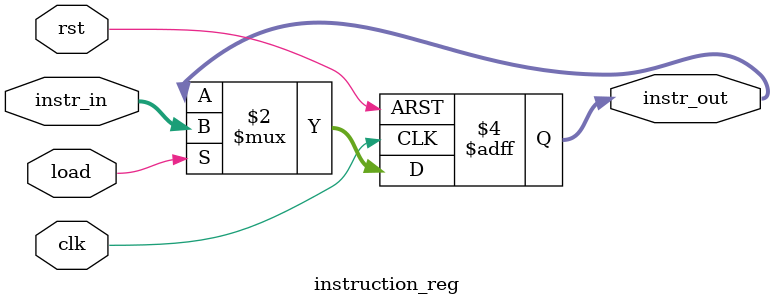
<source format=v>
module instruction_reg (
    input wire clk,
    input wire rst,
    input wire [31:0] instr_in,
    output reg [31:0] instr_out,
    input wire load
);

    always @(posedge clk or posedge rst) begin
        if (rst) begin
            instr_out <= 32'b0;
        end else if (load) begin
            instr_out <= instr_in;
        end
    end

endmodule
</source>
